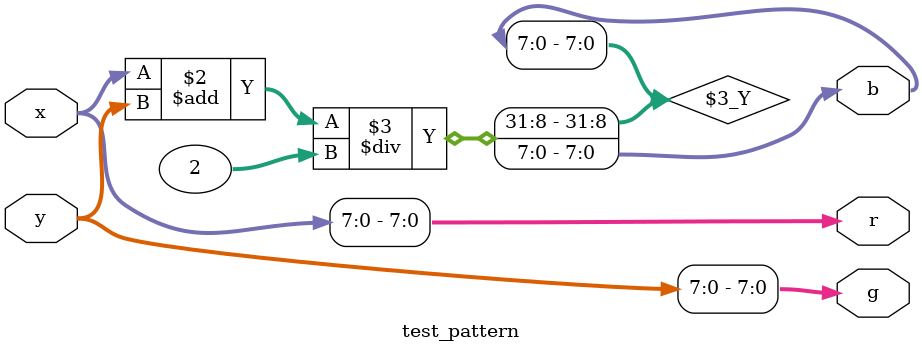
<source format=v>
module test_pattern (
    input wire [9:0] x,       // x coordinate
    input wire [9:0] y,       // y coordinate
    output reg [7:0] r,       // red component
    output reg [7:0] g,       // green component
    output reg [7:0] b        // blue component
);
    always @(*) begin
        // Simple test pattern: horizontal gradient
        r = x[7:0];
        g = y[7:0];
        b = (x + y) / 2;
    end
endmodule

</source>
